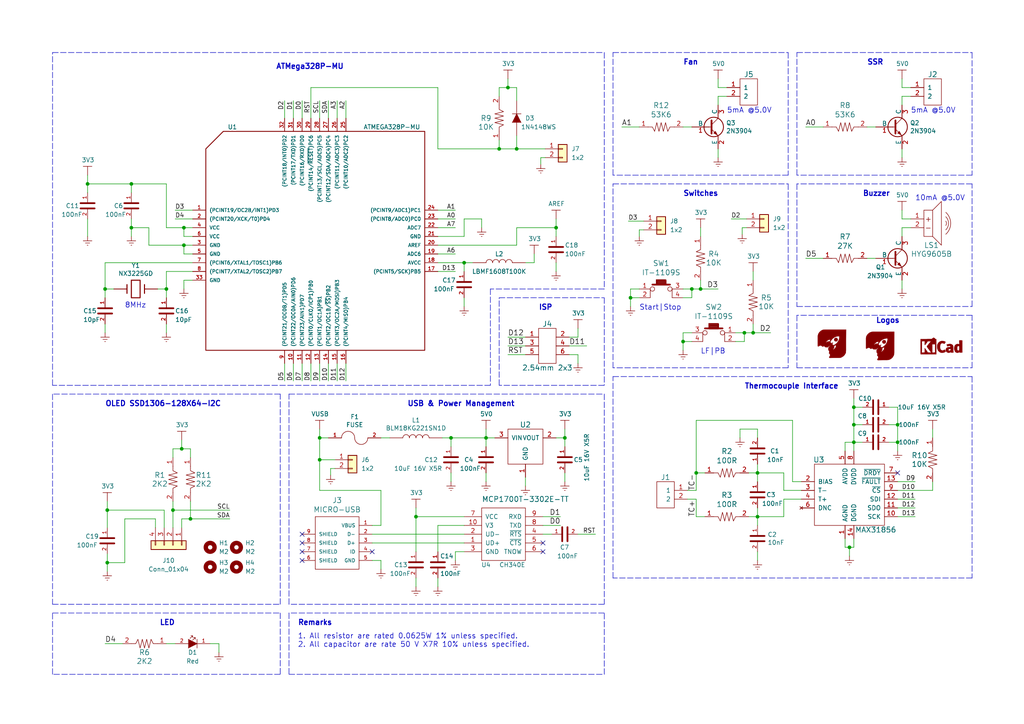
<source format=kicad_sch>
(kicad_sch (version 20211123) (generator eeschema)
  (paper "A4")
  (title_block (title "Tiny Reflow Controller") (date "2018-12-25") (rev "2.00") (company "Rocket Scream Electronics"))
  (junction (at 55.245 150.495))
  (junction (at 198.12 99.06))
  (junction (at 25.4 53.34))
  (junction (at 201.93 137.16))
  (junction (at 48.26 83.82))
  (junction (at 140.97 127))
  (junction (at 92.71 133.35))
  (junction (at 38.1 53.34))
  (junction (at 120.65 149.86))
  (junction (at 161.29 66.04))
  (junction (at 53.34 66.04))
  (junction (at 182.88 86.36))
  (junction (at 30.48 83.82))
  (junction (at 134.62 76.2))
  (junction (at 260.35 128.27))
  (junction (at 219.71 149.86))
  (junction (at 38.1 66.04))
  (junction (at 219.71 137.16))
  (junction (at 31.115 147.955))
  (junction (at 130.81 127))
  (junction (at 149.86 43.18))
  (junction (at 31.115 163.195))
  (junction (at 52.705 130.175))
  (junction (at 246.38 158.75))
  (junction (at 50.165 147.955))
  (junction (at 92.71 127))
  (junction (at 163.83 127))
  (junction (at 53.34 71.12))
  (junction (at 200.66 83.82))
  (junction (at 247.65 128.27))
  (junction (at 203.2 83.82))
  (junction (at 215.9 96.52))
  (junction (at 247.65 123.19))
  (junction (at 247.65 118.11))
  (junction (at 260.35 123.19))
  (junction (at 147.32 25.4))
  (junction (at 144.78 43.18))
  (junction (at 218.44 96.52))
  (no_connect (at 157.48 160.02))
  (no_connect (at 107.95 160.02))
  (no_connect (at 87.63 157.48))
  (no_connect (at 157.48 157.48))
  (no_connect (at 87.63 154.94))
  (no_connect (at 87.63 162.56))
  (no_connect (at 260.35 137.16))
  (no_connect (at 87.63 160.02))
  (wire (pts (xy 134.62 63.5) (xy 139.7 63.5)))
  (wire (pts (xy 53.34 71.12) (xy 55.88 71.12)))
  (wire (pts (xy 165.1 97.79) (xy 167.64 97.79)))
  (wire (pts (xy 134.62 76.2) (xy 134.62 78.74)))
  (wire (pts (xy 95.25 34.29) (xy 95.25 29.21)))
  (wire (pts (xy 127 25.4) (xy 127 43.18)))
  (polyline (pts (xy 177.8 106.68) (xy 177.8 53.34)))
  (wire (pts (xy 261.62 81.28) (xy 261.62 83.82)))
  (wire (pts (xy 200.66 83.82) (xy 200.66 86.36)))
  (wire (pts (xy 48.26 186.69) (xy 50.8 186.69)))
  (wire (pts (xy 134.62 160.02) (xy 132.08 160.02)))
  (wire (pts (xy 149.86 43.18) (xy 158.115 43.18)))
  (wire (pts (xy 270.51 124.46) (xy 270.51 127)))
  (wire (pts (xy 55.245 150.495) (xy 66.675 150.495)))
  (polyline (pts (xy 15.24 15.24) (xy 175.26 15.24)))
  (wire (pts (xy 50.8 63.5) (xy 55.88 63.5)))
  (polyline (pts (xy 231.14 88.9) (xy 281.94 88.9)))
  (polyline (pts (xy 83.82 195.58) (xy 175.26 195.58)))
  (wire (pts (xy 229.87 139.7) (xy 229.87 121.92)))
  (wire (pts (xy 97.155 135.89) (xy 95.885 135.89)))
  (wire (pts (xy 134.62 152.4) (xy 127 152.4)))
  (wire (pts (xy 31.115 160.655) (xy 31.115 163.195)))
  (wire (pts (xy 245.11 128.27) (xy 247.65 128.27)))
  (wire (pts (xy 134.62 68.58) (xy 134.62 63.5)))
  (wire (pts (xy 186.69 66.675) (xy 185.42 66.675)))
  (polyline (pts (xy 15.24 111.76) (xy 15.24 15.24)))
  (wire (pts (xy 144.78 43.18) (xy 149.86 43.18)))
  (wire (pts (xy 210.82 27.94) (xy 208.28 27.94)))
  (wire (pts (xy 260.35 123.19) (xy 260.35 128.27)))
  (wire (pts (xy 52.705 127.635) (xy 52.705 130.175)))
  (wire (pts (xy 213.36 96.52) (xy 215.9 96.52)))
  (wire (pts (xy 185.42 36.83) (xy 180.34 36.83)))
  (wire (pts (xy 30.48 93.98) (xy 30.48 96.52)))
  (wire (pts (xy 238.76 74.93) (xy 233.68 74.93)))
  (wire (pts (xy 120.65 167.64) (xy 120.65 170.18)))
  (wire (pts (xy 152.4 76.2) (xy 154.94 76.2)))
  (wire (pts (xy 219.71 124.46) (xy 219.71 127)))
  (polyline (pts (xy 231.14 15.24) (xy 281.94 15.24)))
  (wire (pts (xy 48.26 93.98) (xy 48.26 96.52)))
  (wire (pts (xy 52.705 153.035) (xy 52.705 150.495)))
  (wire (pts (xy 97.79 105.41) (xy 97.79 110.49)))
  (wire (pts (xy 260.35 128.27) (xy 257.81 128.27)))
  (polyline (pts (xy 177.8 53.34) (xy 228.6 53.34)))
  (wire (pts (xy 120.65 147.32) (xy 120.65 149.86)))
  (wire (pts (xy 270.51 142.24) (xy 270.51 139.7)))
  (wire (pts (xy 264.16 27.94) (xy 261.62 27.94)))
  (wire (pts (xy 43.18 71.12) (xy 43.18 66.04)))
  (wire (pts (xy 31.115 147.955) (xy 31.115 153.035)))
  (wire (pts (xy 127 60.96) (xy 132.08 60.96)))
  (wire (pts (xy 232.41 144.78) (xy 227.33 144.78)))
  (wire (pts (xy 227.33 137.16) (xy 227.33 142.24)))
  (wire (pts (xy 247.65 128.27) (xy 250.19 128.27)))
  (polyline (pts (xy 281.94 106.68) (xy 281.94 91.44)))
  (wire (pts (xy 165.1 100.33) (xy 170.18 100.33)))
  (wire (pts (xy 82.55 34.29) (xy 82.55 29.21)))
  (polyline (pts (xy 177.8 109.22) (xy 281.94 109.22)))
  (wire (pts (xy 198.12 99.06) (xy 198.12 101.6)))
  (wire (pts (xy 161.29 76.2) (xy 161.29 78.74)))
  (wire (pts (xy 31.115 145.415) (xy 31.115 147.955)))
  (wire (pts (xy 92.71 127) (xy 95.25 127)))
  (wire (pts (xy 55.88 78.74) (xy 48.26 78.74)))
  (wire (pts (xy 261.62 63.5) (xy 261.62 60.96)))
  (wire (pts (xy 210.82 25.4) (xy 208.28 25.4)))
  (wire (pts (xy 38.1 53.34) (xy 25.4 53.34)))
  (wire (pts (xy 149.86 66.04) (xy 149.86 71.12)))
  (polyline (pts (xy 231.14 53.34) (xy 231.14 88.9)))
  (wire (pts (xy 198.12 83.82) (xy 200.66 83.82)))
  (wire (pts (xy 45.085 150.495) (xy 36.195 150.495)))
  (wire (pts (xy 144.78 25.4) (xy 147.32 25.4)))
  (wire (pts (xy 55.88 73.66) (xy 53.34 73.66)))
  (wire (pts (xy 92.71 34.29) (xy 92.71 29.21)))
  (wire (pts (xy 182.88 86.36) (xy 185.42 86.36)))
  (wire (pts (xy 198.12 96.52) (xy 198.12 99.06)))
  (wire (pts (xy 219.71 137.16) (xy 227.33 137.16)))
  (wire (pts (xy 208.28 43.18) (xy 208.28 45.72)))
  (polyline (pts (xy 81.28 114.3) (xy 15.24 114.3)))
  (wire (pts (xy 247.65 123.19) (xy 247.65 128.27)))
  (wire (pts (xy 185.42 83.82) (xy 182.88 83.82)))
  (polyline (pts (xy 228.6 106.68) (xy 177.8 106.68)))
  (wire (pts (xy 97.79 34.29) (xy 97.79 29.21)))
  (wire (pts (xy 92.71 127) (xy 92.71 133.35)))
  (wire (pts (xy 85.09 105.41) (xy 85.09 110.49)))
  (wire (pts (xy 48.26 78.74) (xy 48.26 83.82)))
  (wire (pts (xy 36.195 163.195) (xy 31.115 163.195)))
  (wire (pts (xy 55.88 81.28) (xy 53.34 81.28)))
  (wire (pts (xy 157.48 152.4) (xy 162.56 152.4)))
  (wire (pts (xy 182.88 86.36) (xy 182.88 88.9)))
  (wire (pts (xy 107.95 157.48) (xy 134.62 157.48)))
  (wire (pts (xy 245.11 130.81) (xy 245.11 128.27)))
  (polyline (pts (xy 228.6 53.34) (xy 228.6 106.68)))
  (wire (pts (xy 247.65 128.27) (xy 247.65 130.81)))
  (wire (pts (xy 38.1 63.5) (xy 38.1 66.04)))
  (wire (pts (xy 47.625 147.955) (xy 31.115 147.955)))
  (polyline (pts (xy 15.24 175.26) (xy 81.28 175.26)))
  (wire (pts (xy 110.49 127) (xy 113.03 127)))
  (wire (pts (xy 33.02 83.82) (xy 30.48 83.82)))
  (wire (pts (xy 260.35 139.7) (xy 265.43 139.7)))
  (wire (pts (xy 260.35 149.86) (xy 265.43 149.86)))
  (wire (pts (xy 203.2 81.28) (xy 203.2 83.82)))
  (wire (pts (xy 264.16 25.4) (xy 261.62 25.4)))
  (wire (pts (xy 48.26 53.34) (xy 48.26 66.04)))
  (wire (pts (xy 92.71 133.35) (xy 92.71 142.24)))
  (wire (pts (xy 53.34 66.04) (xy 48.26 66.04)))
  (wire (pts (xy 30.48 83.82) (xy 30.48 86.36)))
  (polyline (pts (xy 281.94 91.44) (xy 231.14 91.44)))
  (wire (pts (xy 232.41 139.7) (xy 229.87 139.7)))
  (wire (pts (xy 149.86 39.37) (xy 149.86 43.18)))
  (wire (pts (xy 52.705 130.175) (xy 55.245 130.175)))
  (polyline (pts (xy 228.6 15.24) (xy 228.6 50.8)))
  (wire (pts (xy 219.71 149.86) (xy 217.17 149.86)))
  (wire (pts (xy 157.48 149.86) (xy 162.56 149.86)))
  (wire (pts (xy 163.83 137.16) (xy 163.83 139.7)))
  (polyline (pts (xy 175.26 175.26) (xy 83.82 175.26)))
  (wire (pts (xy 127 76.2) (xy 134.62 76.2)))
  (wire (pts (xy 92.71 142.24) (xy 110.49 142.24)))
  (wire (pts (xy 163.83 127) (xy 163.83 129.54)))
  (wire (pts (xy 130.81 127) (xy 140.97 127)))
  (wire (pts (xy 55.88 68.58) (xy 53.34 68.58)))
  (wire (pts (xy 38.1 66.04) (xy 38.1 68.58)))
  (wire (pts (xy 25.4 50.8) (xy 25.4 53.34)))
  (polyline (pts (xy 15.24 195.58) (xy 15.24 177.8)))
  (wire (pts (xy 216.535 66.04) (xy 215.265 66.04)))
  (polyline (pts (xy 142.24 111.76) (xy 15.24 111.76)))
  (wire (pts (xy 152.4 100.33) (xy 147.32 100.33)))
  (wire (pts (xy 260.35 123.19) (xy 257.81 123.19)))
  (wire (pts (xy 50.165 130.175) (xy 52.705 130.175)))
  (polyline (pts (xy 175.26 86.36) (xy 175.26 111.76)))
  (wire (pts (xy 182.245 64.135) (xy 186.69 64.135)))
  (wire (pts (xy 215.9 96.52) (xy 218.44 96.52)))
  (wire (pts (xy 30.48 76.2) (xy 30.48 83.82)))
  (wire (pts (xy 53.34 73.66) (xy 53.34 71.12)))
  (polyline (pts (xy 231.14 50.8) (xy 231.14 15.24)))
  (wire (pts (xy 260.35 128.27) (xy 260.35 130.81)))
  (polyline (pts (xy 144.78 111.76) (xy 144.78 86.36)))
  (wire (pts (xy 247.65 118.11) (xy 247.65 123.19)))
  (wire (pts (xy 219.71 137.16) (xy 219.71 139.7)))
  (wire (pts (xy 161.29 66.04) (xy 149.86 66.04)))
  (wire (pts (xy 161.29 127) (xy 163.83 127)))
  (wire (pts (xy 92.71 127) (xy 92.71 124.46)))
  (wire (pts (xy 212.09 63.5) (xy 216.535 63.5)))
  (wire (pts (xy 107.95 154.94) (xy 134.62 154.94)))
  (wire (pts (xy 167.64 97.79) (xy 167.64 95.25)))
  (wire (pts (xy 107.95 162.56) (xy 110.49 162.56)))
  (wire (pts (xy 53.34 81.28) (xy 53.34 83.82)))
  (wire (pts (xy 219.71 147.32) (xy 219.71 149.86)))
  (wire (pts (xy 147.32 22.86) (xy 147.32 25.4)))
  (wire (pts (xy 107.95 152.4) (xy 110.49 152.4)))
  (wire (pts (xy 90.17 34.29) (xy 90.17 25.4)))
  (wire (pts (xy 172.72 154.94) (xy 167.64 154.94)))
  (wire (pts (xy 238.76 36.83) (xy 233.68 36.83)))
  (wire (pts (xy 152.4 97.79) (xy 147.32 97.79)))
  (wire (pts (xy 229.87 121.92) (xy 201.93 121.92)))
  (wire (pts (xy 31.115 163.195) (xy 31.115 165.735)))
  (wire (pts (xy 110.49 142.24) (xy 110.49 152.4)))
  (wire (pts (xy 163.83 124.46) (xy 163.83 127)))
  (wire (pts (xy 90.17 105.41) (xy 90.17 110.49)))
  (wire (pts (xy 63.5 186.69) (xy 63.5 189.23)))
  (wire (pts (xy 208.28 25.4) (xy 208.28 22.86)))
  (wire (pts (xy 30.48 186.69) (xy 35.56 186.69)))
  (wire (pts (xy 130.81 129.54) (xy 130.81 127)))
  (wire (pts (xy 48.26 53.34) (xy 38.1 53.34)))
  (wire (pts (xy 50.165 145.415) (xy 50.165 147.955)))
  (wire (pts (xy 50.165 153.035) (xy 50.165 147.955)))
  (wire (pts (xy 100.33 105.41) (xy 100.33 110.49)))
  (wire (pts (xy 55.245 145.415) (xy 55.245 150.495)))
  (wire (pts (xy 132.08 160.02) (xy 132.08 162.56)))
  (wire (pts (xy 60.96 186.69) (xy 63.5 186.69)))
  (wire (pts (xy 55.245 130.175) (xy 55.245 132.715)))
  (polyline (pts (xy 231.14 91.44) (xy 231.14 106.68)))
  (wire (pts (xy 246.38 158.75) (xy 246.38 161.29)))
  (wire (pts (xy 182.88 83.82) (xy 182.88 86.36)))
  (wire (pts (xy 144.78 27.94) (xy 144.78 25.4)))
  (wire (pts (xy 261.62 27.94) (xy 261.62 30.48)))
  (wire (pts (xy 251.46 74.93) (xy 254 74.93)))
  (wire (pts (xy 139.7 63.5) (xy 139.7 66.04)))
  (wire (pts (xy 137.16 76.2) (xy 134.62 76.2)))
  (wire (pts (xy 227.33 144.78) (xy 227.33 149.86)))
  (polyline (pts (xy 15.24 177.8) (xy 81.28 177.8)))
  (wire (pts (xy 38.1 53.34) (xy 38.1 55.88)))
  (polyline (pts (xy 83.82 177.8) (xy 83.82 195.58)))
  (wire (pts (xy 201.93 121.92) (xy 201.93 137.16)))
  (wire (pts (xy 260.35 147.32) (xy 265.43 147.32)))
  (wire (pts (xy 201.93 144.78) (xy 201.93 149.86)))
  (wire (pts (xy 152.4 138.43) (xy 152.4 140.97)))
  (wire (pts (xy 219.71 149.86) (xy 219.71 152.4)))
  (wire (pts (xy 52.705 150.495) (xy 55.245 150.495)))
  (wire (pts (xy 95.25 105.41) (xy 95.25 110.49)))
  (wire (pts (xy 25.4 63.5) (xy 25.4 68.58)))
  (wire (pts (xy 200.66 96.52) (xy 198.12 96.52)))
  (wire (pts (xy 100.33 34.29) (xy 100.33 29.21)))
  (polyline (pts (xy 281.94 53.34) (xy 231.14 53.34)))
  (polyline (pts (xy 281.94 50.8) (xy 231.14 50.8)))
  (wire (pts (xy 127 66.04) (xy 132.08 66.04)))
  (wire (pts (xy 147.32 25.4) (xy 149.86 25.4)))
  (wire (pts (xy 55.88 66.04) (xy 53.34 66.04)))
  (wire (pts (xy 130.81 137.16) (xy 130.81 139.7)))
  (wire (pts (xy 127 68.58) (xy 134.62 68.58)))
  (wire (pts (xy 43.18 71.12) (xy 53.34 71.12)))
  (wire (pts (xy 201.93 142.24) (xy 199.39 142.24)))
  (wire (pts (xy 261.62 66.04) (xy 261.62 68.58)))
  (wire (pts (xy 50.165 147.955) (xy 66.675 147.955)))
  (wire (pts (xy 154.94 76.2) (xy 154.94 73.66)))
  (polyline (pts (xy 177.8 50.8) (xy 177.8 15.24)))
  (wire (pts (xy 261.62 25.4) (xy 261.62 22.86)))
  (wire (pts (xy 203.2 66.04) (xy 203.2 68.58)))
  (wire (pts (xy 246.38 158.75) (xy 247.65 158.75)))
  (polyline (pts (xy 144.78 86.36) (xy 175.26 86.36)))
  (wire (pts (xy 247.65 123.19) (xy 250.19 123.19)))
  (wire (pts (xy 156.845 45.72) (xy 156.845 47.625)))
  (wire (pts (xy 247.65 115.57) (xy 247.65 118.11)))
  (polyline (pts (xy 81.28 177.8) (xy 81.28 195.58)))
  (wire (pts (xy 214.63 124.46) (xy 219.71 124.46)))
  (wire (pts (xy 161.29 66.04) (xy 161.29 68.58)))
  (wire (pts (xy 200.66 86.36) (xy 198.12 86.36)))
  (wire (pts (xy 127 152.4) (xy 127 160.02)))
  (wire (pts (xy 215.9 99.06) (xy 215.9 96.52)))
  (wire (pts (xy 90.17 25.4) (xy 127 25.4)))
  (wire (pts (xy 165.1 102.87) (xy 167.64 102.87)))
  (wire (pts (xy 201.93 137.16) (xy 201.93 142.24)))
  (polyline (pts (xy 175.26 114.3) (xy 175.26 175.26)))
  (polyline (pts (xy 83.82 175.26) (xy 83.82 114.3)))
  (wire (pts (xy 45.085 153.035) (xy 45.085 150.495)))
  (wire (pts (xy 227.33 142.24) (xy 232.41 142.24)))
  (wire (pts (xy 127 63.5) (xy 132.08 63.5)))
  (wire (pts (xy 215.265 66.04) (xy 215.265 67.945)))
  (wire (pts (xy 48.26 83.82) (xy 48.26 86.36)))
  (wire (pts (xy 92.71 133.35) (xy 97.155 133.35)))
  (polyline (pts (xy 81.28 195.58) (xy 15.24 195.58)))
  (wire (pts (xy 87.63 105.41) (xy 87.63 110.49)))
  (wire (pts (xy 152.4 102.87) (xy 147.32 102.87)))
  (wire (pts (xy 140.97 127) (xy 140.97 129.54)))
  (wire (pts (xy 227.33 149.86) (xy 219.71 149.86)))
  (wire (pts (xy 45.72 83.82) (xy 48.26 83.82)))
  (polyline (pts (xy 177.8 15.24) (xy 228.6 15.24)))
  (polyline (pts (xy 175.26 177.8) (xy 83.82 177.8)))
  (wire (pts (xy 167.64 102.87) (xy 167.64 105.41)))
  (wire (pts (xy 149.86 71.12) (xy 127 71.12)))
  (wire (pts (xy 120.65 149.86) (xy 120.65 160.02)))
  (wire (pts (xy 25.4 53.34) (xy 25.4 55.88)))
  (wire (pts (xy 185.42 66.675) (xy 185.42 68.58)))
  (wire (pts (xy 92.71 105.41) (xy 92.71 110.49)))
  (polyline (pts (xy 175.26 15.24) (xy 175.26 83.82)))
  (polyline (pts (xy 175.26 111.76) (xy 144.78 111.76)))
  (wire (pts (xy 130.81 127) (xy 128.27 127)))
  (polyline (pts (xy 15.24 114.3) (xy 15.24 175.26)))
  (wire (pts (xy 47.625 153.035) (xy 47.625 147.955)))
  (wire (pts (xy 257.81 118.11) (xy 260.35 118.11)))
  (polyline (pts (xy 281.94 109.22) (xy 281.94 167.64)))
  (wire (pts (xy 264.16 63.5) (xy 261.62 63.5)))
  (wire (pts (xy 43.18 66.04) (xy 38.1 66.04)))
  (polyline (pts (xy 142.24 83.82) (xy 142.24 111.76)))
  (wire (pts (xy 55.88 60.96) (xy 50.8 60.96)))
  (wire (pts (xy 218.44 96.52) (xy 218.44 93.98)))
  (wire (pts (xy 198.12 36.83) (xy 200.66 36.83)))
  (wire (pts (xy 82.55 105.41) (xy 82.55 110.49)))
  (wire (pts (xy 204.47 137.16) (xy 201.93 137.16)))
  (wire (pts (xy 219.71 160.02) (xy 219.71 162.56)))
  (wire (pts (xy 85.09 34.29) (xy 85.09 29.21)))
  (polyline (pts (xy 281.94 15.24) (xy 281.94 50.8)))
  (wire (pts (xy 251.46 36.83) (xy 254 36.83)))
  (wire (pts (xy 215.9 99.06) (xy 213.36 99.06)))
  (wire (pts (xy 55.88 76.2) (xy 30.48 76.2)))
  (wire (pts (xy 140.97 127) (xy 143.51 127)))
  (wire (pts (xy 247.65 158.75) (xy 247.65 156.21)))
  (wire (pts (xy 127 78.74) (xy 132.08 78.74)))
  (wire (pts (xy 203.2 83.82) (xy 208.28 83.82)))
  (wire (pts (xy 260.35 142.24) (xy 270.51 142.24)))
  (wire (pts (xy 149.86 25.4) (xy 149.86 29.21)))
  (wire (pts (xy 201.93 149.86) (xy 204.47 149.86)))
  (wire (pts (xy 245.11 158.75) (xy 246.38 158.75)))
  (wire (pts (xy 87.63 34.29) (xy 87.63 29.21)))
  (polyline (pts (xy 231.14 106.68) (xy 281.94 106.68)))
  (wire (pts (xy 198.12 99.06) (xy 200.66 99.06)))
  (wire (pts (xy 261.62 43.18) (xy 261.62 45.72)))
  (polyline (pts (xy 281.94 167.64) (xy 177.8 167.64)))
  (polyline (pts (xy 175.26 83.82) (xy 142.24 83.82)))
  (wire (pts (xy 161.29 63.5) (xy 161.29 66.04)))
  (wire (pts (xy 264.16 66.04) (xy 261.62 66.04)))
  (wire (pts (xy 95.885 135.89) (xy 95.885 137.795)))
  (wire (pts (xy 36.195 150.495) (xy 36.195 163.195)))
  (wire (pts (xy 208.28 27.94) (xy 208.28 30.48)))
  (wire (pts (xy 140.97 124.46) (xy 140.97 127)))
  (wire (pts (xy 260.35 144.78) (xy 265.43 144.78)))
  (polyline (pts (xy 83.82 114.3) (xy 175.26 114.3)))
  (wire (pts (xy 245.11 156.21) (xy 245.11 158.75)))
  (wire (pts (xy 158.115 45.72) (xy 156.845 45.72)))
  (wire (pts (xy 199.39 144.78) (xy 201.93 144.78)))
  (wire (pts (xy 50.165 132.715) (xy 50.165 130.175)))
  (wire (pts (xy 250.19 118.11) (xy 247.65 118.11)))
  (wire (pts (xy 127 73.66) (xy 132.08 73.66)))
  (wire (pts (xy 214.63 127) (xy 214.63 124.46)))
  (wire (pts (xy 160.02 154.94) (xy 157.48 154.94)))
  (wire (pts (xy 218.44 78.74) (xy 218.44 81.28)))
  (wire (pts (xy 134.62 149.86) (xy 120.65 149.86)))
  (polyline (pts (xy 228.6 50.8) (xy 177.8 50.8)))
  (wire (pts (xy 219.71 134.62) (xy 219.71 137.16)))
  (wire (pts (xy 144.78 43.18) (xy 144.78 40.64)))
  (wire (pts (xy 53.34 68.58) (xy 53.34 66.04)))
  (polyline (pts (xy 281.94 88.9) (xy 281.94 53.34)))
  (polyline (pts (xy 175.26 195.58) (xy 175.26 177.8)))
  (polyline (pts (xy 177.8 167.64) (xy 177.8 109.22)))
  (wire (pts (xy 127 167.64) (xy 127 170.18)))
  (wire (pts (xy 110.49 162.56) (xy 110.49 165.1)))
  (wire (pts (xy 260.35 118.11) (xy 260.35 123.19)))
  (wire (pts (xy 200.66 83.82) (xy 203.2 83.82)))
  (wire (pts (xy 127 43.18) (xy 144.78 43.18)))
  (polyline (pts (xy 81.28 175.26) (xy 81.28 114.3)))
  (wire (pts (xy 134.62 86.36) (xy 134.62 88.9)))
  (wire (pts (xy 218.44 96.52) (xy 223.52 96.52)))
  (wire (pts (xy 217.17 137.16) (xy 219.71 137.16)))
  (wire (pts (xy 140.97 137.16) (xy 140.97 139.7)))
  (text "Buzzer" (at 250.19 57.15 0) (effects (font (size 1.524 1.524) (thickness 0.3048) bold) (justify left bottom)))
  (text "5mA @5.0V" (at 210.82 33.02 0) (effects (font (size 1.524 1.524)) (justify left bottom)))
  (text "Fan" (at 198.12 19.05 0) (effects (font (size 1.524 1.524) (thickness 0.3048) bold) (justify left bottom)))
  (text "5mA @5.0V" (at 264.16 33.02 0) (effects (font (size 1.524 1.524)) (justify left bottom)))
  (text "Logos" (at 254 93.98 0) (effects (font (size 1.524 1.524) (thickness 0.3048) bold) (justify left bottom)))
  (text "LF|PB" (at 203.2 102.87 0) (effects (font (size 1.524 1.524)) (justify left bottom)))
  (text "Remarks" (at 86.36 181.61 0) (effects (font (size 1.524 1.524) (thickness 0.3048) bold) (justify left bottom)))
  (text "10mA @5.0V" (at 265.43 58.42 0) (effects (font (size 1.524 1.524)) (justify left bottom)))
  (text "Switches" (at 198.12 57.15 0) (effects (font (size 1.524 1.524) (thickness 0.3048) bold) (justify left bottom)))
  (text "Start|Stop" (at 185.42 90.17 0) (effects (font (size 1.524 1.524)) (justify left bottom)))
  (text "1. All resistor are rated 0.0625W 1% unless specified.\n2. All capacitor are rate 50 V X7R 10% unless specified. " (at 86.36 187.96 0) (effects (font (size 1.524 1.524)) (justify left bottom)))
  (text "ISP" (at 156.21 90.17 0) (effects (font (size 1.524 1.524) (thickness 0.3048) bold) (justify left bottom)))
  (text "Thermocouple Interface" (at 215.9 113.03 0) (effects (font (size 1.524 1.524) (thickness 0.3048) bold) (justify left bottom)))
  (text "8MHz" (at 36.195 89.535 0) (effects (font (size 1.524 1.524)) (justify left bottom)))
  (text "LED" (at 50.8 181.61 180) (effects (font (size 1.524 1.524) (thickness 0.3048) bold) (justify right bottom)))
  (text "ATMega328P-MU" (at 80.01 20.32 0) (effects (font (size 1.524 1.524) (thickness 0.3048) bold) (justify left bottom)))
  (text "USB & Power Management" (at 118.11 118.11 0) (effects (font (size 1.524 1.524) (thickness 0.3048) bold) (justify left bottom)))
  (text "SSR" (at 251.46 19.05 0) (effects (font (size 1.524 1.524) (thickness 0.3048) bold) (justify left bottom)))
  (text "OLED SSD1306-128X64-I2C" (at 30.48 118.11 0) (effects (font (size 1.524 1.524) (thickness 0.3048) bold) (justify left bottom)))
  (label "D13" (at 265.43 149.86 180))
  (label "D8" (at 90.17 110.49 90))
  (label "D1" (at 85.09 29.21 270))
  (label "D0" (at 87.63 29.21 270))
  (label "SCL" (at 66.675 147.955 180))
  (label "TC-" (at 201.93 142.24 90) (effects (font (size 1.524 1.524))))
  (label "D9" (at 265.43 139.7 180))
  (label "A7" (at 132.08 66.04 180))
  (label "A3" (at 97.79 29.21 270))
  (label "D13" (at 147.32 100.33 0) (effects (font (size 1.524 1.524))))
  (label "D12" (at 147.32 97.79 0) (effects (font (size 1.524 1.524))))
  (label "RST" (at 172.72 154.94 180))
  (label "A6" (at 132.08 73.66 180))
  (label "D1" (at 162.56 149.86 180) (effects (font (size 1.524 1.524))))
  (label "D2" (at 223.52 96.52 180) (effects (font (size 1.524 1.524))))
  (label "D12" (at 100.33 110.49 90))
  (label "A2" (at 100.33 29.21 270))
  (label "RST" (at 147.32 102.87 0) (effects (font (size 1.524 1.524))))
  (label "A1" (at 180.34 36.83 0) (effects (font (size 1.524 1.524))))
  (label "D3" (at 208.28 83.82 180) (effects (font (size 1.524 1.524))))
  (label "SCL" (at 92.71 29.21 270))
  (label "D5" (at 233.68 74.93 0) (effects (font (size 1.524 1.524))))
  (label "D2" (at 82.55 29.21 270))
  (label "D6" (at 85.09 110.49 90))
  (label "D7" (at 87.63 110.49 90))
  (label "A0" (at 233.68 36.83 0) (effects (font (size 1.524 1.524))))
  (label "A0" (at 132.08 63.5 180))
  (label "D2" (at 212.09 63.5 0))
  (label "TC+" (at 201.93 149.86 90) (effects (font (size 1.524 1.524))))
  (label "D11" (at 97.79 110.49 90))
  (label "D3" (at 182.245 64.135 0))
  (label "D0" (at 162.56 152.4 180) (effects (font (size 1.524 1.524))))
  (label "D10" (at 95.25 110.49 90))
  (label "D13" (at 132.08 78.74 180))
  (label "A1" (at 132.08 60.96 180))
  (label "D10" (at 265.43 142.24 180))
  (label "D5" (at 82.55 110.49 90))
  (label "D9" (at 92.71 110.49 90))
  (label "SDA" (at 95.25 29.21 270))
  (label "D4" (at 30.48 186.69 0) (effects (font (size 1.524 1.524))))
  (label "SDA" (at 66.675 150.495 180))
  (label "RST" (at 90.17 29.21 270))
  (label "D4" (at 50.8 63.5 0))
  (label "D11" (at 265.43 144.78 180))
  (label "D11" (at 165.1 100.33 0) (effects (font (size 1.524 1.524))))
  (label "D3" (at 50.8 60.96 0))
  (label "D12" (at 265.43 147.32 180))
  (symbol (lib_id "TINY-REFLOW-CONTROLLER-rescue:LED-SINGLE-RocketScreamKiCadLib") (at 55.88 186.69 180) (unit 1)
    (property "Reference" "D1" (at 55.88 189.23 0))
    (property "Value" "Red" (at 55.88 191.77 0))
    (property "Footprint" "RocketScreamKiCadLib:LED_0603" (effects hide))
  )
  (symbol (lib_id "TINY-REFLOW-CONTROLLER-rescue:MAX31856-RocketScreamKiCadLib") (at 246.38 143.51 0) (unit 1)
    (property "Reference" "U3" (at 237.49 133.35 0) (effects (font (size 1.524 1.524))))
    (property "Value" "MAX31856" (at 254 153.67 0) (effects (font (size 1.524 1.524))))
    (property "Footprint" "RocketScreamKiCadLib:TSSOP-14" (effects hide))
  )
  (symbol (lib_id "TINY-REFLOW-CONTROLLER-rescue:TACT-SWITCH_4Pins-RocketScreamKiCadLib") (at 207.01 96.52 0) (mirror y) (unit 1)
    (property "Reference" "SW2" (at 207.01 89.0524 0) (effects (font (size 1.524 1.524))))
    (property "Value" "IT-1109S" (at 207.01 91.7448 0) (effects (font (size 1.524 1.524))))
    (property "Footprint" "RocketScreamKiCadLib:IT-1102W" (effects hide))
  )
  (symbol (lib_id "TINY-REFLOW-CONTROLLER-rescue:TACT-SWITCH_4Pins-RocketScreamKiCadLib") (at 191.77 83.82 0) (unit 1)
    (property "Reference" "SW1" (at 191.77 76.3524 0) (effects (font (size 1.524 1.524))))
    (property "Value" "IT-1109S" (at 191.77 79.0448 0) (effects (font (size 1.524 1.524))))
    (property "Footprint" "RocketScreamKiCadLib:IT-1102W" (effects hide))
  )
  (symbol (lib_id "TINY-REFLOW-CONTROLLER-rescue:RESISTOR-RocketScreamKiCadLib") (at 50.165 139.065 90) (mirror x) (unit 1)
    (property "Reference" "R1" (at 46.355 137.795 90) (effects (font (size 1.524 1.524))))
    (property "Value" "2K2" (at 46.355 140.335 90) (effects (font (size 1.524 1.524))))
    (property "Footprint" "RocketScreamKiCadLib:R_0603" (effects hide))
  )
  (symbol (lib_id "TINY-REFLOW-CONTROLLER-rescue:BUZZER-RocketScreamKiCadLib") (at 270.51 64.77 0) (unit 1)
    (property "Reference" "LS1" (at 267.97 71.12 0) (effects (font (size 1.524 1.524)) (justify left)))
    (property "Value" "HYG9605B" (at 264.16 73.66 0) (effects (font (size 1.524 1.524)) (justify left)))
    (property "Footprint" "RocketScreamKiCadLib:HYG9605B" (effects hide))
  )
  (symbol (lib_id "TINY-REFLOW-CONTROLLER-rescue:RESISTOR-RocketScreamKiCadLib") (at 210.82 137.16 0) (unit 1)
    (property "Reference" "R2" (at 210.82 130.8862 0) (effects (font (size 1.524 1.524))))
    (property "Value" "100R" (at 210.82 133.5786 0) (effects (font (size 1.524 1.524))))
    (property "Footprint" "RocketScreamKiCadLib:R_0603" (effects hide))
  )
  (symbol (lib_id "TINY-REFLOW-CONTROLLER-rescue:RESISTOR-RocketScreamKiCadLib") (at 210.82 149.86 0) (unit 1)
    (property "Reference" "R3" (at 210.82 143.5862 0) (effects (font (size 1.524 1.524))))
    (property "Value" "100R" (at 210.82 146.2786 0) (effects (font (size 1.524 1.524))))
    (property "Footprint" "RocketScreamKiCadLib:R_0603" (effects hide))
  )
  (symbol (lib_id "TINY-REFLOW-CONTROLLER-rescue:CAPACITOR-CERAMIC-RocketScreamKiCadLib") (at 219.71 143.51 0) (unit 1)
    (property "Reference" "C3" (at 222.25 143.51 0) (effects (justify left)))
    (property "Value" "100nF" (at 220.98 146.05 0) (effects (justify left)))
    (property "Footprint" "RocketScreamKiCadLib:C_0603" (effects hide))
  )
  (symbol (lib_id "TINY-REFLOW-CONTROLLER-rescue:CAPACITOR-CERAMIC-RocketScreamKiCadLib") (at 219.71 156.21 0) (unit 1)
    (property "Reference" "C2" (at 222.631 155.0416 0) (effects (justify left)))
    (property "Value" "10nF" (at 222.631 157.353 0) (effects (justify left)))
    (property "Footprint" "RocketScreamKiCadLib:C_0603" (effects hide))
  )
  (symbol (lib_id "TINY-REFLOW-CONTROLLER-rescue:CAPACITOR-CERAMIC-RocketScreamKiCadLib") (at 219.71 130.81 180) (unit 1)
    (property "Reference" "C1" (at 226.06 130.81 0) (effects (justify left)))
    (property "Value" "10nF" (at 227.33 133.35 0) (effects (justify left)))
    (property "Footprint" "RocketScreamKiCadLib:C_0603" (effects hide))
  )
  (symbol (lib_id "TINY-REFLOW-CONTROLLER-rescue:CONN-HDR-2x3-RocketScreamKiCadLib") (at 158.75 100.33 0) (unit 1)
    (property "Reference" "J4" (at 158.75 93.98 0) (effects (font (size 1.524 1.524))))
    (property "Value" "2.54mm 2x3" (at 158.75 106.68 0) (effects (font (size 1.524 1.524))))
    (property "Footprint" "RocketScreamKiCadLib:HDR_2x3_Pitch2.54mm" (effects hide))
  )
  (symbol (lib_id "TINY-REFLOW-CONTROLLER-rescue:CAPACITOR-CERAMIC-RocketScreamKiCadLib") (at 140.97 133.35 0) (unit 1)
    (property "Reference" "C4" (at 134.62 133.35 0) (effects (justify left)))
    (property "Value" "100nF" (at 133.35 135.89 0) (effects (justify left)))
    (property "Footprint" "RocketScreamKiCadLib:C_0603" (effects hide))
  )
  (symbol (lib_id "TINY-REFLOW-CONTROLLER-rescue:CAPACITOR-CERAMIC-RocketScreamKiCadLib") (at 163.83 133.35 0) (unit 1)
    (property "Reference" "C5" (at 166.37 133.35 0) (effects (justify left)))
    (property "Value" "10uF 16V X5R" (at 170.18 139.7 90) (effects (justify left)))
    (property "Footprint" "RocketScreamKiCadLib:C_0603" (effects hide))
  )
  (symbol (lib_id "TINY-REFLOW-CONTROLLER-rescue:RESISTOR-RocketScreamKiCadLib") (at 203.2 74.93 270) (unit 1)
    (property "Reference" "R4" (at 207.01 73.66 90) (effects (font (size 1.524 1.524))))
    (property "Value" "10K" (at 207.01 76.2 90) (effects (font (size 1.524 1.524))))
    (property "Footprint" "RocketScreamKiCadLib:R_0603" (effects hide))
  )
  (symbol (lib_id "TINY-REFLOW-CONTROLLER-rescue:RESISTOR-RocketScreamKiCadLib") (at 218.44 87.63 270) (unit 1)
    (property "Reference" "R5" (at 222.25 86.36 90) (effects (font (size 1.524 1.524))))
    (property "Value" "10K" (at 222.25 88.9 90) (effects (font (size 1.524 1.524))))
    (property "Footprint" "RocketScreamKiCadLib:R_0603" (effects hide))
  )
  (symbol (lib_id "TINY-REFLOW-CONTROLLER-rescue:BJT-NPN-RocketScreamKiCadLib") (at 261.62 36.83 0) (unit 1)
    (property "Reference" "Q2" (at 263.9314 35.6616 0) (effects (justify left)))
    (property "Value" "2N3904" (at 263.9314 37.973 0) (effects (justify left)))
    (property "Footprint" "RocketScreamKiCadLib:SOT-23" (effects hide))
  )
  (symbol (lib_id "TINY-REFLOW-CONTROLLER-rescue:BJT-NPN-RocketScreamKiCadLib") (at 261.62 74.93 0) (unit 1)
    (property "Reference" "Q1" (at 254 77.47 0) (effects (justify left)))
    (property "Value" "2N3904" (at 251.46 80.01 0) (effects (justify left)))
    (property "Footprint" "RocketScreamKiCadLib:SOT-23" (effects hide))
  )
  (symbol (lib_id "TINY-REFLOW-CONTROLLER-rescue:RESISTOR-RocketScreamKiCadLib") (at 41.91 186.69 180) (unit 1)
    (property "Reference" "R6" (at 41.91 189.23 0) (effects (font (size 1.524 1.524))))
    (property "Value" "2K2" (at 41.91 191.77 0) (effects (font (size 1.524 1.524))))
    (property "Footprint" "RocketScreamKiCadLib:R_0603" (effects hide))
  )
  (symbol (lib_id "TINY-REFLOW-CONTROLLER-rescue:RESISTOR-RocketScreamKiCadLib") (at 245.11 74.93 0) (unit 1)
    (property "Reference" "R7" (at 245.11 68.6562 0) (effects (font (size 1.524 1.524))))
    (property "Value" "27K" (at 245.11 71.3486 0) (effects (font (size 1.524 1.524))))
    (property "Footprint" "RocketScreamKiCadLib:R_0603" (effects hide))
  )
  (symbol (lib_id "TINY-REFLOW-CONTROLLER-rescue:LOGO-ROCKET-SCREAM-WITHOUT-TEXT-RocketScreamKiCadLib") (at 241.3 99.695 0) (unit 1)
    (property "Reference" "LOGO1" (effects hide))
    (property "Value" "LOGO-ROCKET-SCREAM" (effects hide))
    (property "Footprint" "RocketScreamKiCadLib:LOGO-ROCKET-SCREAM_Without_Text_XXXSmall" (effects hide))
  )
  (symbol (lib_id "TINY-REFLOW-CONTROLLER-rescue:RESISTOR-RocketScreamKiCadLib") (at 245.11 36.83 0) (unit 1)
    (property "Reference" "R8" (at 245.11 30.5562 0) (effects (font (size 1.524 1.524))))
    (property "Value" "53K6" (at 245.11 33.2486 0) (effects (font (size 1.524 1.524))))
    (property "Footprint" "RocketScreamKiCadLib:R_0603" (effects hide))
  )
  (symbol (lib_id "TINY-REFLOW-CONTROLLER-rescue:RESISTOR-RocketScreamKiCadLib") (at 144.78 34.29 90) (unit 1)
    (property "Reference" "R9" (at 140.97 34.29 90) (effects (font (size 1.524 1.524))))
    (property "Value" "10K" (at 140.97 36.83 90) (effects (font (size 1.524 1.524))))
    (property "Footprint" "RocketScreamKiCadLib:R_0603" (effects hide))
  )
  (symbol (lib_id "TINY-REFLOW-CONTROLLER-rescue:DIODE-RocketScreamKiCadLib") (at 149.86 34.29 270) (unit 1)
    (property "Reference" "D3" (at 153.67 34.29 90))
    (property "Value" "1N4148WS" (at 156.21 36.83 90))
    (property "Footprint" "RocketScreamKiCadLib:SOD-323" (effects hide))
  )
  (symbol (lib_id "TINY-REFLOW-CONTROLLER-rescue:CAPACITOR-CERAMIC-RocketScreamKiCadLib") (at 38.1 59.69 0) (unit 1)
    (property "Reference" "C6" (at 33.02 59.69 0) (effects (justify left)))
    (property "Value" "100nF" (at 30.48 62.23 0) (effects (justify left)))
    (property "Footprint" "RocketScreamKiCadLib:C_0603" (effects hide))
  )
  (symbol (lib_id "TINY-REFLOW-CONTROLLER-rescue:CAPACITOR-CERAMIC-RocketScreamKiCadLib") (at 163.83 154.94 90) (mirror x) (unit 1)
    (property "Reference" "C7" (at 165.1 158.75 90) (effects (justify left)))
    (property "Value" "100nF" (at 167.64 161.29 90) (effects (justify left)))
    (property "Footprint" "RocketScreamKiCadLib:C_0603" (effects hide))
  )
  (symbol (lib_id "TINY-REFLOW-CONTROLLER-rescue:TERMINAL-BLOCK-1x2-RocketScreamKiCadLib") (at 270.51 26.67 0) (mirror y) (unit 1)
    (property "Reference" "J2" (at 270.51 21.59 0) (effects (font (size 1.524 1.524))))
    (property "Value" "TERMINAL-BLOCK-1x2" (effects hide))
    (property "Footprint" "RocketScreamKiCadLib:TB-1776275-2" (effects hide))
  )
  (symbol (lib_id "TINY-REFLOW-CONTROLLER-rescue:TERMINAL-BLOCK-1x2-RocketScreamKiCadLib") (at 193.04 143.51 0) (unit 1)
    (property "Reference" "J1" (at 193.04 138.43 0) (effects (font (size 1.524 1.524))))
    (property "Value" "TERMINAL-BLOCK-1x2" (effects hide))
    (property "Footprint" "RocketScreamKiCadLib:TB-1776275-2" (effects hide))
  )
  (symbol (lib_id "TINY-REFLOW-CONTROLLER-rescue:CAPACITOR-CERAMIC-RocketScreamKiCadLib") (at 254 123.19 90) (unit 1)
    (property "Reference" "C8" (at 251.46 120.65 90) (effects (justify left)))
    (property "Value" "100nF" (at 266.7 123.19 90) (effects (justify left)))
    (property "Footprint" "RocketScreamKiCadLib:C_0603" (effects hide))
  )
  (symbol (lib_id "TINY-REFLOW-CONTROLLER-rescue:CAPACITOR-CERAMIC-RocketScreamKiCadLib") (at 254 128.27 90) (mirror x) (unit 1)
    (property "Reference" "C9" (at 251.46 125.73 90) (effects (justify left)))
    (property "Value" "100nF" (at 266.7 128.27 90) (effects (justify left)))
    (property "Footprint" "RocketScreamKiCadLib:C_0603" (effects hide))
  )
  (symbol (lib_id "TINY-REFLOW-CONTROLLER-rescue:RESISTOR-RocketScreamKiCadLib") (at 270.51 133.35 270) (unit 1)
    (property "Reference" "R10" (at 266.7 132.08 90) (effects (font (size 1.524 1.524))))
    (property "Value" "10K" (at 266.7 134.62 90) (effects (font (size 1.524 1.524))))
    (property "Footprint" "RocketScreamKiCadLib:R_0603" (effects hide))
  )
  (symbol (lib_id "TINY-REFLOW-CONTROLLER-rescue:CAPACITOR-CERAMIC-RocketScreamKiCadLib") (at 25.4 59.69 0) (unit 1)
    (property "Reference" "C11" (at 19.05 59.69 0) (effects (justify left)))
    (property "Value" "100nF" (at 17.78 62.23 0) (effects (justify left)))
    (property "Footprint" "RocketScreamKiCadLib:C_0603" (effects hide))
  )
  (symbol (lib_id "TINY-REFLOW-CONTROLLER-rescue:3V3-RocketScreamKiCadLib") (at 25.4 50.8 0) (unit 1)
    (property "Reference" "#PWR03" (effects hide))
    (property "Value" "3V3" (at 25.527 46.4058 0))
  )
  (symbol (lib_id "TINY-REFLOW-CONTROLLER-rescue:3V3-RocketScreamKiCadLib") (at 147.32 22.86 0) (unit 1)
    (property "Reference" "#PWR04" (effects hide))
    (property "Value" "3V3" (at 147.447 18.4658 0))
  )
  (symbol (lib_id "TINY-REFLOW-CONTROLLER-rescue:GND-RocketScreamKiCadLib") (at 261.62 83.82 0) (unit 1)
    (property "Reference" "#PWR07" (effects hide))
    (property "Value" "GND" (effects hide))
  )
  (symbol (lib_id "TINY-REFLOW-CONTROLLER-rescue:GND-RocketScreamKiCadLib") (at 261.62 45.72 0) (unit 1)
    (property "Reference" "#PWR09" (effects hide))
    (property "Value" "GND" (effects hide))
  )
  (symbol (lib_id "TINY-REFLOW-CONTROLLER-rescue:GND-RocketScreamKiCadLib") (at 182.88 88.9 0) (unit 1)
    (property "Reference" "#PWR010" (effects hide))
    (property "Value" "GND" (effects hide))
  )
  (symbol (lib_id "TINY-REFLOW-CONTROLLER-rescue:GND-RocketScreamKiCadLib") (at 198.12 101.6 0) (unit 1)
    (property "Reference" "#PWR011" (effects hide))
    (property "Value" "GND" (effects hide))
  )
  (symbol (lib_id "TINY-REFLOW-CONTROLLER-rescue:3V3-RocketScreamKiCadLib") (at 203.2 66.04 0) (unit 1)
    (property "Reference" "#PWR012" (effects hide))
    (property "Value" "3V3" (at 203.327 61.6458 0))
  )
  (symbol (lib_id "TINY-REFLOW-CONTROLLER-rescue:GND-RocketScreamKiCadLib") (at 31.115 165.735 0) (unit 1)
    (property "Reference" "#PWR016" (effects hide))
    (property "Value" "GND" (effects hide))
  )
  (symbol (lib_id "TINY-REFLOW-CONTROLLER-rescue:3V3-RocketScreamKiCadLib") (at 52.705 127.635 0) (unit 1)
    (property "Reference" "#PWR017" (effects hide))
    (property "Value" "3V3" (at 52.832 123.2408 0))
  )
  (symbol (lib_id "TINY-REFLOW-CONTROLLER-rescue:GND-RocketScreamKiCadLib") (at 63.5 189.23 0) (unit 1)
    (property "Reference" "#PWR018" (effects hide))
    (property "Value" "GND" (effects hide))
  )
  (symbol (lib_id "TINY-REFLOW-CONTROLLER-rescue:3V3-RocketScreamKiCadLib") (at 270.51 124.46 0) (unit 1)
    (property "Reference" "#PWR035" (effects hide))
    (property "Value" "3V3" (at 270.637 120.0658 0))
  )
  (symbol (lib_id "TINY-REFLOW-CONTROLLER-rescue:3V3-RocketScreamKiCadLib") (at 167.64 95.25 0) (unit 1)
    (property "Reference" "#PWR021" (effects hide))
    (property "Value" "3V3" (at 167.767 90.8558 0))
  )
  (symbol (lib_id "TINY-REFLOW-CONTROLLER-rescue:GND-RocketScreamKiCadLib") (at 167.64 105.41 0) (unit 1)
    (property "Reference" "#PWR022" (effects hide))
    (property "Value" "GND" (effects hide))
  )
  (symbol (lib_id "TINY-REFLOW-CONTROLLER-rescue:GND-RocketScreamKiCadLib") (at 140.97 139.7 0) (unit 1)
    (property "Reference" "#PWR023" (effects hide))
    (property "Value" "GND" (effects hide))
  )
  (symbol (lib_id "TINY-REFLOW-CONTROLLER-rescue:GND-RocketScreamKiCadLib") (at 152.4 140.97 0) (unit 1)
    (property "Reference" "#PWR024" (effects hide))
    (property "Value" "GND" (effects hide))
  )
  (symbol (lib_id "TINY-REFLOW-CONTROLLER-rescue:GND-RocketScreamKiCadLib") (at 163.83 139.7 0) (unit 1)
    (property "Reference" "#PWR025" (effects hide))
    (property "Value" "GND" (effects hide))
  )
  (symbol (lib_id "TINY-REFLOW-CONTROLLER-rescue:VUSB-RocketScreamKiCadLib") (at 92.71 124.46 0) (unit 1)
    (property "Reference" "#PWR027" (effects hide))
    (property "Value" "VUSB" (at 92.837 120.0658 0))
  )
  (symbol (lib_id "TINY-REFLOW-CONTROLLER-rescue:GND-RocketScreamKiCadLib") (at 130.81 139.7 0) (unit 1)
    (property "Reference" "#PWR028" (effects hide))
    (property "Value" "GND" (effects hide))
  )
  (symbol (lib_id "TINY-REFLOW-CONTROLLER-rescue:CAPACITOR-CERAMIC-RocketScreamKiCadLib") (at 254 118.11 270) (unit 1)
    (property "Reference" "C10" (at 248.92 115.57 90) (effects (justify left)))
    (property "Value" "10uF 16V X5R" (at 260.35 118.11 90) (effects (justify left)))
    (property "Footprint" "RocketScreamKiCadLib:C_0603" (effects hide))
  )
  (symbol (lib_id "TINY-REFLOW-CONTROLLER-rescue:3V3-RocketScreamKiCadLib") (at 163.83 124.46 0) (unit 1)
    (property "Reference" "#PWR029" (effects hide))
    (property "Value" "3V3" (at 163.957 120.0658 0))
  )
  (symbol (lib_id "TINY-REFLOW-CONTROLLER-rescue:GND-RocketScreamKiCadLib") (at 219.71 162.56 0) (unit 1)
    (property "Reference" "#PWR030" (effects hide))
    (property "Value" "GND" (effects hide))
  )
  (symbol (lib_id "TINY-REFLOW-CONTROLLER-rescue:GND-RocketScreamKiCadLib") (at 214.63 127 0) (unit 1)
    (property "Reference" "#PWR031" (effects hide))
    (property "Value" "GND" (effects hide))
  )
  (symbol (lib_id "TINY-REFLOW-CONTROLLER-rescue:GND-RocketScreamKiCadLib") (at 246.38 161.29 0) (unit 1)
    (property "Reference" "#PWR032" (effects hide))
    (property "Value" "GND" (effects hide))
  )
  (symbol (lib_id "TINY-REFLOW-CONTROLLER-rescue:GND-RocketScreamKiCadLib") (at 260.35 130.81 0) (unit 1)
    (property "Reference" "#PWR033" (effects hide))
    (property "Value" "GND" (effects hide))
  )
  (symbol (lib_id "TINY-REFLOW-CONTROLLER-rescue:3V3-RocketScreamKiCadLib") (at 247.65 115.57 0) (unit 1)
    (property "Reference" "#PWR034" (effects hide))
    (property "Value" "3V3" (at 247.777 111.1758 0))
  )
  (symbol (lib_id "TINY-REFLOW-CONTROLLER-rescue:LOGO-ROCKET-SCREAM-WITHOUT-TEXT-RocketScreamKiCadLib") (at 255.27 100.33 0) (unit 1)
    (property "Reference" "LOGO3" (effects hide))
    (property "Value" "LOGO-ROCKET-SCREAM" (effects hide))
    (property "Footprint" "RocketScreamKiCadLib:LOGO-ROCKET-SCREAM_Vertical_Small" (effects hide))
  )
  (symbol (lib_id "TINY-REFLOW-CONTROLLER-rescue:LOGO-KICAD-RocketScreamKiCadLib") (at 273.05 100.33 0) (unit 1)
    (property "Reference" "LOGO2" (effects hide))
    (property "Value" "LOGO-KICAD" (effects hide))
    (property "Footprint" "RocketScreamKiCadLib:LOGO-KICAD_XSmall" (effects hide))
  )
  (symbol (lib_id "TINY-REFLOW-CONTROLLER-rescue:MICRO-USB-RocketScreamKiCadLib") (at 97.79 157.48 0) (unit 1)
    (property "Reference" "J3" (at 97.79 145.1102 0) (effects (font (size 1.524 1.524))))
    (property "Value" "MICRO-USB" (at 97.79 147.8026 0) (effects (font (size 1.524 1.524))))
    (property "Footprint" "RocketScreamKiCadLib:MICRO-USB" (effects hide))
  )
  (symbol (lib_id "TINY-REFLOW-CONTROLLER-rescue:GND-RocketScreamKiCadLib") (at 110.49 165.1 0) (unit 1)
    (property "Reference" "#PWR037" (effects hide))
    (property "Value" "GND" (effects hide))
  )
  (symbol (lib_id "TINY-REFLOW-CONTROLLER-rescue:INDUCTOR-RocketScreamKiCadLib") (at 120.65 127 0) (unit 1)
    (property "Reference" "L1" (at 120.65 121.8692 0))
    (property "Value" "BLM18KG221SN1D" (at 120.65 124.1806 0))
    (property "Footprint" "RocketScreamKiCadLib:I_0603" (effects hide))
  )
  (symbol (lib_id "TINY-REFLOW-CONTROLLER-rescue:5V0-RocketScreamKiCadLib") (at 140.97 124.46 0) (unit 1)
    (property "Reference" "#PWR026" (effects hide))
    (property "Value" "5V0" (at 141.097 120.0658 0))
  )
  (symbol (lib_id "TINY-REFLOW-CONTROLLER-rescue:CAPACITOR-CERAMIC-RocketScreamKiCadLib") (at 130.81 133.35 0) (mirror y) (unit 1)
    (property "Reference" "C12" (at 127 133.35 0) (effects (justify left)))
    (property "Value" "10uF 16V X5R" (at 128.27 135.89 0) (effects (justify left)))
    (property "Footprint" "RocketScreamKiCadLib:C_0603" (effects hide))
  )
  (symbol (lib_id "TINY-REFLOW-CONTROLLER-rescue:BJT-NPN-RocketScreamKiCadLib") (at 208.28 36.83 0) (unit 1)
    (property "Reference" "Q3" (at 210.5914 35.6616 0) (effects (justify left)))
    (property "Value" "2N3904" (at 210.5914 37.973 0) (effects (justify left)))
    (property "Footprint" "RocketScreamKiCadLib:SOT-23" (effects hide))
  )
  (symbol (lib_id "TINY-REFLOW-CONTROLLER-rescue:RESISTOR-RocketScreamKiCadLib") (at 191.77 36.83 0) (unit 1)
    (property "Reference" "R12" (at 191.77 30.5562 0) (effects (font (size 1.524 1.524))))
    (property "Value" "53K6" (at 191.77 33.2486 0) (effects (font (size 1.524 1.524))))
    (property "Footprint" "RocketScreamKiCadLib:R_0603" (effects hide))
  )
  (symbol (lib_id "TINY-REFLOW-CONTROLLER-rescue:TERMINAL-BLOCK-1x2-RocketScreamKiCadLib") (at 217.17 26.67 0) (mirror y) (unit 1)
    (property "Reference" "J5" (at 217.17 21.59 0) (effects (font (size 1.524 1.524))))
    (property "Value" "TERMINAL-BLOCK-1x2" (effects hide))
    (property "Footprint" "RocketScreamKiCadLib:TB-1776275-2" (effects hide))
  )
  (symbol (lib_id "TINY-REFLOW-CONTROLLER-rescue:GND-RocketScreamKiCadLib") (at 208.28 45.72 0) (unit 1)
    (property "Reference" "#PWR045" (effects hide))
    (property "Value" "GND" (effects hide))
  )
  (symbol (lib_id "TINY-REFLOW-CONTROLLER-rescue:5V0-RocketScreamKiCadLib") (at 208.28 22.86 0) (unit 1)
    (property "Reference" "#PWR044" (effects hide))
    (property "Value" "5V0" (at 208.407 18.4658 0))
  )
  (symbol (lib_id "TINY-REFLOW-CONTROLLER-rescue:FUSE-RocketScreamKiCadLib") (at 102.87 127 0) (unit 1)
    (property "Reference" "F1" (at 102.87 120.904 0))
    (property "Value" "FUSE" (at 102.87 123.2154 0))
    (property "Footprint" "RocketScreamKiCadLib:MF-FSMF" (effects hide))
    (property "Datasheet" "https://www.bourns.com/docs/Product-Datasheets/mffsmf.pdf" (effects hide))
  )
  (symbol (lib_id "TINY-REFLOW-CONTROLLER-rescue:CRYSTAL-RocketScreamKiCadLib") (at 39.37 83.82 0) (unit 1)
    (property "Reference" "Y1" (at 39.37 77.0128 0))
    (property "Value" "NX3225GD" (at 39.37 79.3242 0))
    (property "Footprint" "Crystal:Crystal_SMD_5032-2Pin_5.0x3.2mm" (effects hide))
  )
  (symbol (lib_id "TINY-REFLOW-CONTROLLER-rescue:GND-RocketScreamKiCadLib") (at 53.34 83.82 0) (unit 1)
    (property "Reference" "#PWR038" (effects hide))
    (property "Value" "GND" (effects hide))
  )
  (symbol (lib_id "TINY-REFLOW-CONTROLLER-rescue:5V0-RocketScreamKiCadLib") (at 261.62 60.96 0) (unit 1)
    (property "Reference" "#PWR06" (effects hide))
    (property "Value" "5V0" (at 261.747 56.5658 0))
  )
  (symbol (lib_id "TINY-REFLOW-CONTROLLER-rescue:5V0-RocketScreamKiCadLib") (at 261.62 22.86 0) (unit 1)
    (property "Reference" "#PWR08" (effects hide))
    (property "Value" "5V0" (at 261.747 18.4658 0))
  )
  (symbol (lib_id "TINY-REFLOW-CONTROLLER-rescue:CAPACITOR-CERAMIC-RocketScreamKiCadLib") (at 30.48 90.17 0) (unit 1)
    (property "Reference" "C15" (at 24.13 90.17 0) (effects (justify left)))
    (property "Value" "10pF" (at 24.13 92.71 0) (effects (justify left)))
    (property "Footprint" "RocketScreamKiCadLib:C_0603" (effects hide))
  )
  (symbol (lib_id "TINY-REFLOW-CONTROLLER-rescue:CAPACITOR-CERAMIC-RocketScreamKiCadLib") (at 48.26 90.17 0) (unit 1)
    (property "Reference" "C16" (at 50.8 90.17 0) (effects (justify left)))
    (property "Value" "10pF" (at 50.8 92.71 0) (effects (justify left)))
    (property "Footprint" "RocketScreamKiCadLib:C_0603" (effects hide))
  )
  (symbol (lib_id "TINY-REFLOW-CONTROLLER-rescue:GND-RocketScreamKiCadLib") (at 30.48 96.52 0) (unit 1)
    (property "Reference" "#PWR02" (effects hide))
    (property "Value" "GND" (effects hide))
  )
  (symbol (lib_id "TINY-REFLOW-CONTROLLER-rescue:GND-RocketScreamKiCadLib") (at 48.26 96.52 0) (unit 1)
    (property "Reference" "#PWR036" (effects hide))
    (property "Value" "GND" (effects hide))
  )
  (symbol (lib_id "TINY-REFLOW-CONTROLLER-rescue:GND-RocketScreamKiCadLib") (at 25.4 68.58 0) (unit 1)
    (property "Reference" "#PWR01" (effects hide))
    (property "Value" "GND" (effects hide))
  )
  (symbol (lib_id "TINY-REFLOW-CONTROLLER-rescue:GND-RocketScreamKiCadLib") (at 38.1 68.58 0) (unit 1)
    (property "Reference" "#PWR020" (effects hide))
    (property "Value" "GND" (effects hide))
  )
  (symbol (lib_id "TINY-REFLOW-CONTROLLER-rescue:3V3-RocketScreamKiCadLib") (at 218.44 78.74 0) (unit 1)
    (property "Reference" "#PWR046" (effects hide))
    (property "Value" "3V3" (at 218.567 74.3458 0))
  )
  (symbol (lib_id "TINY-REFLOW-CONTROLLER-rescue:RESISTOR-RocketScreamKiCadLib") (at 55.245 139.065 90) (mirror x) (unit 1)
    (property "Reference" "R11" (at 59.055 137.795 90) (effects (font (size 1.524 1.524))))
    (property "Value" "2K2" (at 59.055 140.335 90) (effects (font (size 1.524 1.524))))
    (property "Footprint" "RocketScreamKiCadLib:R_0603" (effects hide))
  )
  (symbol (lib_id "TINY-REFLOW-CONTROLLER-rescue:CH340E-RocketScreamKiCadLib") (at 146.05 154.94 0) (unit 1)
    (property "Reference" "U4" (at 140.97 163.83 0))
    (property "Value" "CH340E" (at 148.59 163.83 0))
    (property "Footprint" "RocketScreamKiCadLib:MSOP-10" (effects hide))
    (property "Datasheet" "http://www.wch.cn/download/CH340DS1_PDF.html" (effects hide))
  )
  (symbol (lib_id "TINY-REFLOW-CONTROLLER-rescue:GND-RocketScreamKiCadLib") (at 132.08 162.56 0) (unit 1)
    (property "Reference" "#PWR019" (effects hide))
    (property "Value" "GND" (effects hide))
  )
  (symbol (lib_id "TINY-REFLOW-CONTROLLER-rescue:CAPACITOR-CERAMIC-RocketScreamKiCadLib") (at 127 163.83 0) (unit 1)
    (property "Reference" "C14" (at 127.635 161.29 0) (effects (justify left)))
    (property "Value" "100nF" (at 127.635 166.37 0) (effects (justify left)))
    (property "Footprint" "RocketScreamKiCadLib:C_0603" (effects hide))
  )
  (symbol (lib_id "TINY-REFLOW-CONTROLLER-rescue:CAPACITOR-CERAMIC-RocketScreamKiCadLib") (at 120.65 163.83 0) (unit 1)
    (property "Reference" "C13" (at 114.3 163.83 0) (effects (justify left)))
    (property "Value" "100nF" (at 113.03 166.37 0) (effects (justify left)))
    (property "Footprint" "RocketScreamKiCadLib:C_0603" (effects hide))
  )
  (symbol (lib_id "TINY-REFLOW-CONTROLLER-rescue:3V3-RocketScreamKiCadLib") (at 120.65 147.32 0) (unit 1)
    (property "Reference" "#PWR013" (effects hide))
    (property "Value" "3V3" (at 120.777 142.9258 0))
  )
  (symbol (lib_id "TINY-REFLOW-CONTROLLER-rescue:GND-RocketScreamKiCadLib") (at 120.65 170.18 0) (unit 1)
    (property "Reference" "#PWR014" (effects hide))
    (property "Value" "GND" (effects hide))
  )
  (symbol (lib_id "TINY-REFLOW-CONTROLLER-rescue:GND-RocketScreamKiCadLib") (at 127 170.18 0) (unit 1)
    (property "Reference" "#PWR015" (effects hide))
    (property "Value" "GND" (effects hide))
  )
  (symbol (lib_id "TINY-REFLOW-CONTROLLER-rescue:ATMEGA328P-MU-RocketScreamKiCadLib") (at 91.44 69.85 0) (unit 1)
    (property "Reference" "U1" (at 66.04 36.83 0) (effects (justify left)))
    (property "Value" "ATMEGA328P-MU" (at 105.41 36.83 0) (effects (justify left)))
    (property "Footprint" "RocketScreamKiCadLib:QFN-32_5x5mm_Pitch0.5mm" (effects hide))
    (property "Datasheet" "http://www.atmel.com/images/atmel-8271-8-bit-avr-microcontroller-atmega48a-48pa-88a-88pa-168a-168pa-328-328p_datasheet.pdf" (effects hide))
  )
  (symbol (lib_id "TINY-REFLOW-CONTROLLER-rescue:CAPACITOR-CERAMIC-RocketScreamKiCadLib") (at 31.115 156.845 0) (unit 1)
    (property "Reference" "C19" (at 24.765 155.575 0) (effects (justify left)))
    (property "Value" "100nF" (at 22.225 158.115 0) (effects (justify left)))
    (property "Footprint" "RocketScreamKiCadLib:C_0603" (effects hide))
  )
  (symbol (lib_id "TINY-REFLOW-CONTROLLER-rescue:MCP1700T-XXX2E-TT-RocketScreamKiCadLib") (at 152.4 127 0) (unit 1)
    (property "Reference" "U2" (at 152.4 123.19 0) (effects (font (size 1.524 1.524))))
    (property "Value" "MCP1700T-3302E-TT" (at 152.4 144.78 0) (effects (font (size 1.524 1.524))))
    (property "Footprint" "RocketScreamKiCadLib:SOT-23" (effects hide))
  )
  (symbol (lib_id "TINY-REFLOW-CONTROLLER-rescue:3V3-RocketScreamKiCadLib") (at 31.115 145.415 0) (unit 1)
    (property "Reference" "#PWR0101" (effects hide))
    (property "Value" "3V3" (at 31.242 141.0208 0))
  )
  (symbol (lib_id "TINY-REFLOW-CONTROLLER-rescue:CAPACITOR-CERAMIC-RocketScreamKiCadLib") (at 134.62 82.55 0) (unit 1)
    (property "Reference" "C17" (at 128.27 81.28 0) (effects (justify left)))
    (property "Value" "100nF" (at 125.73 83.82 0) (effects (justify left)))
    (property "Footprint" "RocketScreamKiCadLib:C_0603" (effects hide))
  )
  (symbol (lib_id "TINY-REFLOW-CONTROLLER-rescue:CAPACITOR-CERAMIC-RocketScreamKiCadLib") (at 161.29 72.39 0) (unit 1)
    (property "Reference" "C18" (at 163.83 71.12 0) (effects (justify left)))
    (property "Value" "100nF" (at 163.83 73.66 0) (effects (justify left)))
    (property "Footprint" "RocketScreamKiCadLib:C_0603" (effects hide))
  )
  (symbol (lib_id "TINY-REFLOW-CONTROLLER-rescue:INDUCTOR-RocketScreamKiCadLib") (at 144.78 76.2 0) (unit 1)
    (property "Reference" "L2" (at 144.78 73.66 0))
    (property "Value" "LBMF1608T100K" (at 144.78 78.74 0))
    (property "Footprint" "RocketScreamKiCadLib:I_0603" (effects hide))
  )
  (symbol (lib_id "TINY-REFLOW-CONTROLLER-rescue:3V3-RocketScreamKiCadLib") (at 154.94 73.66 0) (unit 1)
    (property "Reference" "#PWR041" (effects hide))
    (property "Value" "3V3" (at 155.067 69.2658 0))
  )
  (symbol (lib_id "TINY-REFLOW-CONTROLLER-rescue:AREF-RocketScreamKiCadLib") (at 161.29 63.5 0) (unit 1)
    (property "Reference" "#PWR042" (effects hide))
    (property "Value" "AREF" (at 161.417 59.1058 0))
  )
  (symbol (lib_id "TINY-REFLOW-CONTROLLER-rescue:GND-RocketScreamKiCadLib") (at 134.62 88.9 0) (unit 1)
    (property "Reference" "#PWR039" (effects hide))
    (property "Value" "GND" (effects hide))
  )
  (symbol (lib_id "TINY-REFLOW-CONTROLLER-rescue:GND-RocketScreamKiCadLib") (at 161.29 78.74 0) (unit 1)
    (property "Reference" "#PWR043" (effects hide))
    (property "Value" "GND" (effects hide))
  )
  (symbol (lib_id "TINY-REFLOW-CONTROLLER-rescue:GND-RocketScreamKiCadLib") (at 139.7 66.04 0) (unit 1)
    (property "Reference" "#PWR040" (effects hide))
    (property "Value" "GND" (effects hide))
  )
  (symbol (lib_id "Connector_Generic:Conn_01x02") (at 221.615 63.5 0) (unit 1)
    (property "Reference" "J9" (at 224.155 63.4999 0) (effects (justify left)))
    (property "Value" "1x2" (at 224.155 66.0399 0) (effects (justify left)))
    (property "Footprint" "Connector_PinHeader_2.54mm:PinHeader_1x02_P2.54mm_Vertical" (effects hide))
  )
  (symbol (lib_id "Connector_Generic:Conn_01x02") (at 163.195 43.18 0) (unit 1)
    (property "Reference" "J7" (at 165.735 43.1799 0) (effects (justify left)))
    (property "Value" "1x2" (at 165.735 45.7199 0) (effects (justify left)))
    (property "Footprint" "Connector_PinHeader_2.54mm:PinHeader_1x02_P2.54mm_Vertical" (effects hide))
  )
  (symbol (lib_id "Connector_Generic:Conn_01x02") (at 102.235 133.35 0) (unit 1)
    (property "Reference" "J6" (at 104.775 133.3499 0) (effects (justify left)))
    (property "Value" "1x2" (at 104.775 135.8899 0) (effects (justify left)))
    (property "Footprint" "Connector_PinHeader_2.54mm:PinHeader_1x02_P2.54mm_Vertical" (effects hide))
  )
  (symbol (lib_id "Mechanical:MountingHole") (at 68.58 158.75 0) (unit 1)
    (property "Reference" "H2" (at 71.12 157.4799 0) (effects (justify left)))
    (property "Value" "M2" (at 71.12 160.0199 0) (effects (justify left)))
    (property "Footprint" "MountingHole:MountingHole_2.2mm_M2" (effects hide))
  )
  (symbol (lib_id "TINY-REFLOW-CONTROLLER-rescue:GND-RocketScreamKiCadLib") (at 95.885 137.795 0) (unit 1)
    (property "Reference" "#PWR0105" (effects hide))
    (property "Value" "GND" (effects hide))
  )
  (symbol (lib_id "Connector_Generic:Conn_01x02") (at 191.77 64.135 0) (unit 1)
    (property "Reference" "J8" (at 194.31 64.1349 0) (effects (justify left)))
    (property "Value" "1x2" (at 194.31 66.6749 0) (effects (justify left)))
    (property "Footprint" "Connector_PinHeader_2.54mm:PinHeader_1x02_P2.54mm_Vertical" (effects hide))
  )
  (symbol (lib_id "Mechanical:MountingHole") (at 60.96 158.75 0) (unit 1)
    (property "Reference" "H1" (at 63.5 157.4799 0) (effects (justify left)))
    (property "Value" "M2" (at 63.5 160.02 0) (effects (justify left)))
    (property "Footprint" "MountingHole:MountingHole_2.2mm_M2" (effects hide))
  )
  (symbol (lib_id "TINY-REFLOW-CONTROLLER-rescue:GND-RocketScreamKiCadLib") (at 156.845 47.625 0) (unit 1)
    (property "Reference" "#PWR0104" (effects hide))
    (property "Value" "GND" (effects hide))
  )
  (symbol (lib_id "Mechanical:MountingHole") (at 60.96 164.465 0) (unit 1)
    (property "Reference" "H3" (at 63.5 163.1949 0) (effects (justify left)))
    (property "Value" "M2" (at 63.5 165.735 0) (effects (justify left)))
    (property "Footprint" "MountingHole:MountingHole_2.2mm_M2" (effects hide))
  )
  (symbol (lib_id "TINY-REFLOW-CONTROLLER-rescue:GND-RocketScreamKiCadLib") (at 185.42 68.58 0) (unit 1)
    (property "Reference" "#PWR0102" (effects hide))
    (property "Value" "GND" (effects hide))
  )
  (symbol (lib_id "TINY-REFLOW-CONTROLLER-rescue:GND-RocketScreamKiCadLib") (at 215.265 67.945 0) (unit 1)
    (property "Reference" "#PWR0103" (effects hide))
    (property "Value" "GND" (effects hide))
  )
  (symbol (lib_id "Connector_Generic:Conn_01x04") (at 50.165 158.115 270) (unit 1)
    (property "Reference" "J10" (at 48.895 162.56 90))
    (property "Value" "Conn_01x04" (at 48.895 165.1 90))
    (property "Footprint" "Connector_PinHeader_2.54mm:PinHeader_1x04_P2.54mm_Vertical" (effects hide))
  )
  (symbol (lib_id "Mechanical:MountingHole") (at 68.58 164.465 0) (unit 1)
    (property "Reference" "H4" (at 71.12 163.1949 0) (effects (justify left)))
    (property "Value" "M2" (at 71.12 165.7349 0) (effects (justify left)))
    (property "Footprint" "MountingHole:MountingHole_2.2mm_M2" (effects hide))
  )
)
</source>
